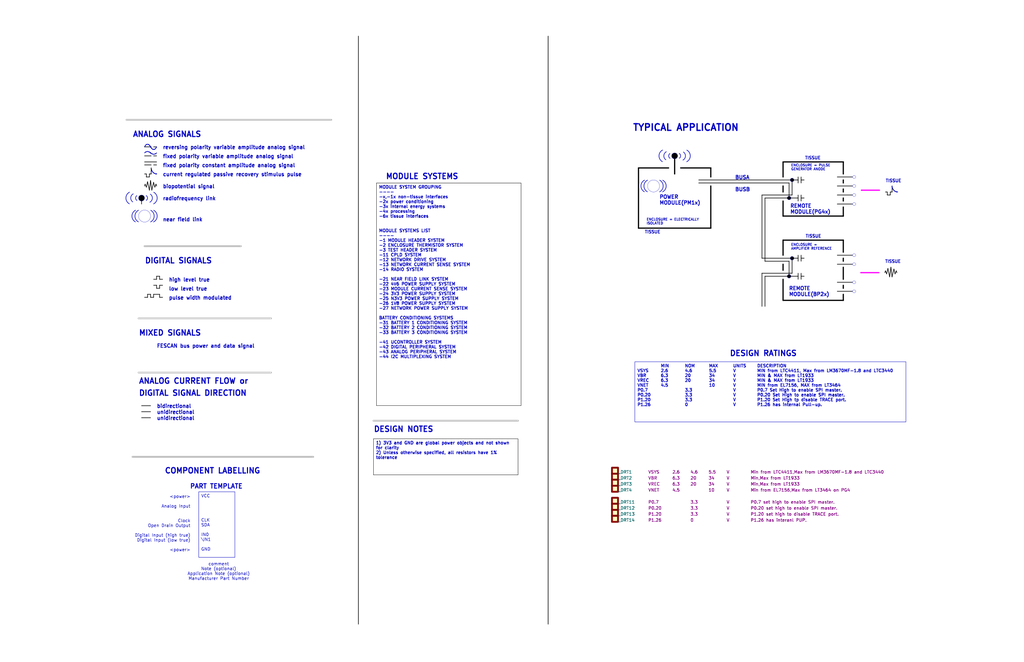
<source format=kicad_sch>
(kicad_sch (version 20231120) (generator "eeschema") (generator_version "8.0")
  (paper "B")
  (title_block (rev "-"))
  (lib_symbols
    (symbol "NNPS:root_0_DRT4"
      (symbol "root_0_DRT4_1_0"
        (rectangle (start 2.54 0) (end 0 -2.54) (stroke (width 0.762)) (fill (type background)))
      )
    )
  )
  (polyline (pts (xy 63.4963 64.5124) (xy 63.5 64.516)) (stroke (width 0.254) (type solid)))
  (polyline (pts (xy 376.3451 79.3244) (xy 376.4087 79.5003)) (stroke (width 0.254) (type solid)))
  (polyline (pts (xy 359.41 78.486) (xy 353.06 78.486)) (stroke (width 0.254) (type solid) (color 0 0 0 1)))
  (polyline (pts (xy 378.2081 80.9995) (xy 378.2708 81.0093)) (stroke (width 0.254) (type solid)))
  (polyline (pts (xy 61.7801 60.9587) (xy 61.8926 60.9045)) (stroke (width 0.254) (type solid)))
  (polyline (pts (xy 65.8508 73.3893) (xy 65.9057 73.3964)) (stroke (width 0.254) (type solid)))
  (polyline (pts (xy 63.4963 61.9688) (xy 63.5 61.976)) (stroke (width 0.254) (type solid)))
  (polyline (pts (xy 376.2891 79.1355) (xy 376.3451 79.3244)) (stroke (width 0.254) (type solid)))
  (polyline (pts (xy 63.1013 64.2206) (xy 63.1666 64.2603)) (stroke (width 0.254) (type solid)))
  (polyline (pts (xy 330.2 91.186) (xy 330.2 84.836)) (stroke (width 0.508) (type solid) (color 0 0 0 1)))
  (polyline (pts (xy 363.22 80.264) (xy 370.84 80.264)) (stroke (width 0.508) (type solid) (color 255 0 255 1)))
  (polyline (pts (xy 330.2 81.026) (xy 330.2 78.486)) (stroke (width 0.508) (type solid) (color 0 0 0 1)))
  (polyline (pts (xy 337.82 84.836) (xy 337.82 82.296)) (stroke (width 0.254) (type solid) (color 0 0 0 1)))
  (polyline (pts (xy 376.174 78.486) (xy 376.2029 78.7168)) (stroke (width 0.254) (type solid)))
  (polyline (pts (xy 375.666 112.776) (xy 376.174 116.84)) (stroke (width 0.254) (type solid) (color 0 0 0 1)))
  (polyline (pts (xy 66.04 117.856) (xy 64.77 117.856)) (stroke (width 0.254) (type solid) (color 0 0 0 1)))
  (polyline (pts (xy 63.5324 64.5464) (xy 63.557 64.5681)) (stroke (width 0.254) (type solid)))
  (polyline (pts (xy 65.1073 63.0476) (xy 65.2198 62.9934)) (stroke (width 0.254) (type solid)))
  (polyline (pts (xy 59.69 83.566) (xy 59.69 86.106)) (stroke (width 0.254) (type solid) (color 0 0 0 1)))
  (polyline (pts (xy 64.2063 62.8655) (xy 64.2937 62.9285)) (stroke (width 0.254) (type solid)))
  (polyline (pts (xy 359.41 107.696) (xy 353.06 107.696)) (stroke (width 0.254) (type solid) (color 0 0 0 1)))
  (polyline (pts (xy 63.5145 62.004) (xy 63.5324 62.0367)) (stroke (width 0.254) (type solid)))
  (polyline (pts (xy 378.0625 80.9695) (xy 378.1385 80.9864)) (stroke (width 0.254) (type solid)))
  (polyline (pts (xy 378.2708 81.0093) (xy 378.3257 81.0164)) (stroke (width 0.254) (type solid)))
  (polyline (pts (xy 65.278 78.994) (xy 65.786 77.724)) (stroke (width 0.254) (type solid) (color 0 0 0 1)))
  (polyline (pts (xy 62.1118 60.8505) (xy 62.2181 60.848)) (stroke (width 0.254) (type solid)))
  (polyline (pts (xy 359.41 82.296) (xy 353.06 82.296)) (stroke (width 0.254) (type solid) (color 0 0 0 1)))
  (polyline (pts (xy 64.6782 65.0742) (xy 64.7818 65.0801)) (stroke (width 0.254) (type solid)))
  (polyline (pts (xy 64.3848 62.9841) (xy 64.4794 63.0309)) (stroke (width 0.254) (type solid)))
  (polyline (pts (xy 61.7801 64.0074) (xy 61.8926 63.9803)) (stroke (width 0.254) (type solid)))
  (polyline (pts (xy 64.77 76.962) (xy 65.278 78.994)) (stroke (width 0.254) (type solid) (color 0 0 0 1)))
  (polyline (pts (xy 63.5036 61.9833) (xy 63.5145 62.004)) (stroke (width 0.254) (type solid)))
  (polyline (pts (xy 63.5145 64.53) (xy 63.5324 64.5464)) (stroke (width 0.254) (type solid)))
  (polyline (pts (xy 67.31 121.666) (xy 67.31 120.396)) (stroke (width 0.254) (type solid) (color 0 0 0 1)))
  (polyline (pts (xy 377.5129 80.7644) (xy 377.6122 80.8133)) (stroke (width 0.254) (type solid)))
  (polyline (pts (xy 64.9966 65.0696) (xy 65.1073 65.0518)) (stroke (width 0.254) (type solid)))
  (polyline (pts (xy 322.58 129.286) (xy 322.58 116.586)) (stroke (width 0.254) (type solid) (color 0 0 0 1)))
  (polyline (pts (xy 322.58 116.586) (xy 336.55 116.586)) (stroke (width 0.254) (type solid) (color 0 0 0 1)))
  (polyline (pts (xy 62.3217 63.9579) (xy 62.4226 63.9704)) (stroke (width 0.254) (type solid)))
  (polyline (pts (xy 63.2268 64.2994) (xy 63.2817 64.3375)) (stroke (width 0.254) (type solid)))
  (polyline (pts (xy 64.5773 63.0674) (xy 64.6782 63.0923)) (stroke (width 0.254) (type solid)))
  (polyline (pts (xy 61.722 73.406) (xy 61.722 74.676)) (stroke (width 0.254) (type solid) (color 0 0 0 1)))
  (polyline (pts (xy 375.412 81.026) (xy 375.412 82.296)) (stroke (width 0.254) (type solid) (color 0 0 0 1)))
  (polyline (pts (xy 321.31 82.296) (xy 334.01 82.296)) (stroke (width 0.254) (type solid) (color 0 0 0 1)))
  (polyline (pts (xy 359.41 74.676) (xy 353.06 74.676)) (stroke (width 0.254) (type solid) (color 0 0 0 1)))
  (polyline (pts (xy 269.24 96.266) (xy 299.72 96.266)) (stroke (width 0.508) (type solid) (color 0 0 0 1)))
  (polyline (pts (xy 63.754 70.866) (xy 63.7829 71.0968)) (stroke (width 0.254) (type solid)))
  (polyline (pts (xy 63.4854 61.9481) (xy 63.4963 61.9688)) (stroke (width 0.254) (type solid)))
  (polyline (pts (xy 62.1118 63.9533) (xy 62.2181 63.952)) (stroke (width 0.254) (type solid)))
  (polyline (pts (xy 374.142 81.026) (xy 374.142 82.296)) (stroke (width 0.254) (type solid) (color 0 0 0 1)))
  (polyline (pts (xy 64.9966 63.0832) (xy 65.1073 63.0476)) (stroke (width 0.254) (type solid)))
  (polyline (pts (xy 377.8036 80.8921) (xy 377.8944 80.9229)) (stroke (width 0.254) (type solid)))
  (polyline (pts (xy 330.2 68.326) (xy 355.6 68.326)) (stroke (width 0.508) (type solid) (color 0 0 0 1)))
  (polyline (pts (xy 64.8881 65.0788) (xy 64.9966 65.0696)) (stroke (width 0.254) (type solid)))
  (polyline (pts (xy 64.8881 63.1016) (xy 64.9966 63.0832)) (stroke (width 0.254) (type solid)))
  (polyline (pts (xy 63.5881 62.133) (xy 63.6255 62.1937)) (stroke (width 0.254) (type solid)))
  (polyline (pts (xy 65.8021 62.3946) (xy 65.9209 62.1995)) (stroke (width 0.254) (type solid)))
  (polyline (pts (xy 355.6 121.666) (xy 355.6 120.396)) (stroke (width 0.508) (type solid) (color 0 0 0 1)))
  (polyline (pts (xy 359.41 122.936) (xy 353.06 122.936)) (stroke (width 0.254) (type solid) (color 0 0 0 1)))
  (polyline (pts (xy 61.3161 64.2227) (xy 61.4337 64.1514)) (stroke (width 0.254) (type solid)))
  (polyline (pts (xy 375.412 82.296) (xy 374.142 82.296)) (stroke (width 0.254) (type solid) (color 0 0 0 1)))
  (polyline (pts (xy 63.5 124.206) (xy 62.23 124.206)) (stroke (width 0.254) (type solid) (color 0 0 0 1)))
  (polyline (pts (xy 299.72 78.486) (xy 299.72 96.266)) (stroke (width 0.508) (type solid) (color 0 0 0 1)))
  (polyline (pts (xy 377.9809 80.9485) (xy 378.0625 80.9695)) (stroke (width 0.254) (type solid)))
  (polyline (pts (xy 376.8167 80.2007) (xy 376.9114 80.3082)) (stroke (width 0.254) (type solid)))
  (polyline (pts (xy 64.5889 72.7859) (xy 64.6884 72.8744)) (stroke (width 0.254) (type solid)))
  (polyline (pts (xy 299.72 74.676) (xy 299.72 70.866)) (stroke (width 0.508) (type solid) (color 0 0 0 1)))
  (polyline (pts (xy 68.58 117.856) (xy 67.31 117.856)) (stroke (width 0.254) (type solid) (color 0 0 0 1)))
  (polyline (pts (xy 63.8215 71.3132) (xy 63.8691 71.5155)) (stroke (width 0.254) (type solid)))
  (polyline (pts (xy 376.936 113.538) (xy 377.444 115.57)) (stroke (width 0.254) (type solid) (color 0 0 0 1)))
  (polyline (pts (xy 64.0592 72.0437) (xy 64.136 72.1949)) (stroke (width 0.254) (type solid)))
  (polyline (pts (xy 64.136 72.1949) (xy 64.2183 72.3345)) (stroke (width 0.254) (type solid)))
  (polyline (pts (xy 63.4675 64.4857) (xy 63.4854 64.5021)) (stroke (width 0.254) (type solid)))
  (polyline (pts (xy 374.396 113.284) (xy 375.158 116.84)) (stroke (width 0.254) (type solid) (color 0 0 0 1)))
  (polyline (pts (xy 65.2198 62.9934) (xy 65.3339 62.9192)) (stroke (width 0.254) (type solid)))
  (polyline (pts (xy 64.3848 65.0201) (xy 64.4794 65.0435)) (stroke (width 0.254) (type solid)))
  (polyline (pts (xy 63.5036 64.5197) (xy 63.5145 64.53)) (stroke (width 0.254) (type solid)))
  (polyline (pts (xy 65.3339 62.9192) (xy 65.4495 62.8237)) (stroke (width 0.254) (type solid)))
  (polyline (pts (xy 373.38 114.3) (xy 373.888 115.57)) (stroke (width 0.254) (type solid) (color 0 0 0 1)))
  (polyline (pts (xy 64.0436 62.7227) (xy 64.1229 62.7965)) (stroke (width 0.254) (type solid)))
  (polyline (pts (xy 321.31 108.966) (xy 336.55 108.966)) (stroke (width 0.254) (type solid) (color 0 0 0 1)))
  (polyline (pts (xy 62.9563 61.2294) (xy 63.0311 61.3063)) (stroke (width 0.254) (type solid)))
  (polyline (pts (xy 65.9057 73.3964) (xy 65.9521 73.4011)) (stroke (width 0.254) (type solid)))
  (polyline (pts (xy 63.9688 64.8509) (xy 64.0436 64.8894)) (stroke (width 0.254) (type solid)))
  (polyline (pts (xy 67.31 120.396) (xy 68.58 120.396)) (stroke (width 0.254) (type solid) (color 0 0 0 1)))
  (polyline (pts (xy 64.4794 63.0309) (xy 64.5773 63.0674)) (stroke (width 0.254) (type solid)))
  (polyline (pts (xy 64.77 124.206) (xy 64.77 125.476)) (stroke (width 0.254) (type solid) (color 0 0 0 1)))
  (polyline (pts (xy 62.877 64.1058) (xy 62.9563 64.1427)) (stroke (width 0.254) (type solid)))
  (polyline (pts (xy 355.6 81.026) (xy 355.6 79.756)) (stroke (width 0.508) (type solid) (color 0 0 0 1)))
  (polyline (pts (xy 62.6151 60.968) (xy 62.7062 61.0235)) (stroke (width 0.254) (type solid)))
  (polyline (pts (xy 62.2181 63.952) (xy 62.3217 63.9579)) (stroke (width 0.254) (type solid)))
  (polyline (pts (xy 355.6 73.406) (xy 355.6 68.326)) (stroke (width 0.508) (type solid) (color 0 0 0 1)))
  (polyline (pts (xy 376.6383 79.9545) (xy 376.7254 80.0829)) (stroke (width 0.254) (type solid)))
  (polyline (pts (xy 376.4792 79.6637) (xy 376.556 79.8149)) (stroke (width 0.254) (type solid)))
  (polyline (pts (xy 376.556 79.8149) (xy 376.6383 79.9545)) (stroke (width 0.254) (type solid)))
  (polyline (pts (xy 330.2 126.746) (xy 330.2 117.856)) (stroke (width 0.508) (type solid) (color 0 0 0 1)))
  (polyline (pts (xy 355.6 77.216) (xy 355.6 75.946)) (stroke (width 0.508) (type solid) (color 0 0 0 1)))
  (polyline (pts (xy 63.4429 61.8719) (xy 63.4675 61.9154)) (stroke (width 0.254) (type solid)))
  (polyline (pts (xy 65.9209 64.6278) (xy 66.04 64.516)) (stroke (width 0.254) (type solid)))
  (polyline (pts (xy 63.1666 64.2603) (xy 63.2268 64.2994)) (stroke (width 0.254) (type solid)))
  (polyline (pts (xy 64.008 80.264) (xy 64.77 76.962)) (stroke (width 0.254) (type solid) (color 0 0 0 1)))
  (polyline (pts (xy 65.5662 62.7053) (xy 65.6838 62.5628)) (stroke (width 0.254) (type solid)))
  (polyline (pts (xy 63.5324 62.0367) (xy 63.557 62.0802)) (stroke (width 0.254) (type solid)))
  (polyline (pts (xy 61.079 61.7526) (xy 61.1978 61.5575)) (stroke (width 0.254) (type solid)))
  (polyline (pts (xy 62.5205 60.9212) (xy 62.6151 60.968)) (stroke (width 0.254) (type solid)))
  (polyline (pts (xy 321.31 129.286) (xy 321.31 115.316)) (stroke (width 0.254) (type solid) (color 0 0 0 1)))
  (polyline (pts (xy 62.992 80.264) (xy 63.5 76.2)) (stroke (width 0.254) (type solid) (color 0 0 0 1)))
  (polyline (pts (xy 339.09 116.586) (xy 337.82 116.586)) (stroke (width 0.254) (type solid) (color 0 0 0 1)))
  (polyline (pts (xy 339.09 75.946) (xy 337.82 75.946)) (stroke (width 0.254) (type solid) (color 0 0 0 1)))
  (polyline (pts (xy 284.48 65.786) (xy 284.48 73.406)) (stroke (width 0.508) (type solid) (color 0 0 0 1)))
  (polyline (pts (xy 355.6 110.236) (xy 355.6 108.966)) (stroke (width 0.508) (type solid) (color 0 0 0 1)))
  (polyline (pts (xy 64.7818 65.0801) (xy 64.8881 65.0788)) (stroke (width 0.254) (type solid)))
  (polyline (pts (xy 65.9209 62.1995) (xy 66.04 61.976)) (stroke (width 0.254) (type solid)))
  (polyline (pts (xy 64.2183 72.3345) (xy 64.3054 72.4629)) (stroke (width 0.254) (type solid)))
  (polyline (pts (xy 65.6838 64.8094) (xy 65.8021 64.7253)) (stroke (width 0.254) (type solid)))
  (polyline (pts (xy 63.7829 71.0968) (xy 63.8215 71.3132)) (stroke (width 0.254) (type solid)))
  (polyline (pts (xy 218.44 177.546) (xy 157.48 177.546)) (stroke (width 0.762) (type solid) (color 192 192 192 1)))
  (polyline (pts (xy 334.01 82.296) (xy 334.01 75.946)) (stroke (width 0.254) (type solid) (color 0 0 0 1)))
  (polyline (pts (xy 376.2415 78.9332) (xy 376.2891 79.1355)) (stroke (width 0.254) (type solid)))
  (polyline (pts (xy 65.3836 73.2721) (xy 65.4744 73.3029)) (stroke (width 0.254) (type solid)))
  (polyline (pts (xy 61.3161 61.3893) (xy 61.4337 61.2468)) (stroke (width 0.254) (type solid)))
  (polyline (pts (xy 336.55 110.236) (xy 336.55 107.696)) (stroke (width 0.254) (type solid) (color 0 0 0 1)))
  (polyline (pts (xy 376.174 116.84) (xy 376.936 113.538)) (stroke (width 0.254) (type solid) (color 0 0 0 1)))
  (polyline (pts (xy 67.31 124.206) (xy 67.31 125.476)) (stroke (width 0.254) (type solid) (color 0 0 0 1)))
  (polyline (pts (xy 370.586 115.062) (xy 362.966 115.062)) (stroke (width 0.508) (type solid) (color 255 0 255 1)))
  (polyline (pts (xy 336.55 84.836) (xy 336.55 82.296)) (stroke (width 0.254) (type solid) (color 0 0 0 1)))
  (polyline (pts (xy 376.2029 78.7168) (xy 376.2415 78.9332)) (stroke (width 0.254) (type solid)))
  (polyline (pts (xy 65.6838 62.5628) (xy 65.8021 62.3946)) (stroke (width 0.254) (type solid)))
  (polyline (pts (xy 294.64 75.946) (xy 336.55 75.946)) (stroke (width 0.254) (type solid) (color 0 0 0 1)))
  (polyline (pts (xy 63.7182 62.3332) (xy 63.7731 62.4093)) (stroke (width 0.254) (type solid)))
  (polyline (pts (xy 63.557 62.0802) (xy 63.5881 62.133)) (stroke (width 0.254) (type solid)))
  (polyline (pts (xy 336.55 117.856) (xy 336.55 115.316)) (stroke (width 0.254) (type solid) (color 0 0 0 1)))
  (polyline (pts (xy 61.079 64.4043) (xy 61.1978 64.3068)) (stroke (width 0.254) (type solid)))
  (polyline (pts (xy 355.6 106.426) (xy 355.6 101.346)) (stroke (width 0.508) (type solid) (color 0 0 0 1)))
  (polyline (pts (xy 355.6 126.746) (xy 355.6 124.206)) (stroke (width 0.508) (type solid) (color 0 0 0 1)))
  (polyline (pts (xy 330.2 91.186) (xy 355.6 91.186)) (stroke (width 0.508) (type solid) (color 0 0 0 1)))
  (polyline (pts (xy 59.69 171.196) (xy 63.5 171.196)) (stroke (width 0.254) (type solid) (color 0 0 0 1)))
  (polyline (pts (xy 61.5504 61.1284) (xy 61.666 61.0329)) (stroke (width 0.254) (type solid)))
  (polyline (pts (xy 68.58 125.476) (xy 67.31 125.476)) (stroke (width 0.254) (type solid) (color 0 0 0 1)))
  (polyline (pts (xy 377.4122 80.7085) (xy 377.5129 80.7644)) (stroke (width 0.254) (type solid)))
  (polyline (pts (xy 63.5 76.2) (xy 64.008 80.264)) (stroke (width 0.254) (type solid) (color 0 0 0 1)))
  (polyline (pts (xy 64.9922 73.0885) (xy 65.0929 73.1444)) (stroke (width 0.254) (type solid)))
  (polyline (pts (xy 330.2 126.746) (xy 355.6 126.746)) (stroke (width 0.508) (type solid) (color 0 0 0 1)))
  (polyline (pts (xy 322.58 83.566) (xy 336.55 83.566)) (stroke (width 0.254) (type solid) (color 0 0 0 1)))
  (polyline (pts (xy 65.6425 73.3495) (xy 65.7185 73.3664)) (stroke (width 0.254) (type solid)))
  (polyline (pts (xy 66.04 121.666) (xy 66.04 120.396)) (stroke (width 0.254) (type solid) (color 0 0 0 1)))
  (polyline (pts (xy 62.7062 64.0398) (xy 62.7936 64.0713)) (stroke (width 0.254) (type solid)))
  (polyline (pts (xy 65.2893 73.2358) (xy 65.3836 73.2721)) (stroke (width 0.254) (type solid)))
  (polyline (pts (xy 62.0033 60.8689) (xy 62.1118 60.8505)) (stroke (width 0.254) (type solid)))
  (polyline (pts (xy 62.7936 64.0713) (xy 62.877 64.1058)) (stroke (width 0.254) (type solid)))
  (polyline (pts (xy 61.666 61.0329) (xy 61.7801 60.9587)) (stroke (width 0.254) (type solid)))
  (polyline (pts (xy 65.0929 73.1444) (xy 65.1922 73.1933)) (stroke (width 0.254) (type solid)))
  (polyline (pts (xy 63.6255 62.1937) (xy 63.669 62.2609)) (stroke (width 0.254) (type solid)))
  (polyline (pts (xy 64.5773 65.0617) (xy 64.6782 65.0742)) (stroke (width 0.254) (type solid)))
  (polyline (pts (xy 62.6151 64.012) (xy 62.7062 64.0398)) (stroke (width 0.254) (type solid)))
  (polyline (pts (xy 64.3967 72.5807) (xy 64.4914 72.6882)) (stroke (width 0.254) (type solid)))
  (polyline (pts (xy 62.992 73.406) (xy 62.992 74.676)) (stroke (width 0.254) (type solid) (color 0 0 0 1)))
  (polyline (pts (xy 337.82 117.856) (xy 337.82 115.316)) (stroke (width 0.254) (type solid) (color 0 0 0 1)))
  (polyline (pts (xy 377.7093 80.8558) (xy 377.8036 80.8921)) (stroke (width 0.254) (type solid)))
  (polyline (pts (xy 63.1666 61.4645) (xy 63.2268 61.5428)) (stroke (width 0.254) (type solid)))
  (polyline (pts (xy 61.214 77.724) (xy 61.722 78.994)) (stroke (width 0.254) (type solid) (color 0 0 0 1)))
  (polyline (pts (xy 61.4337 64.1514) (xy 61.5504 64.0922)) (stroke (width 0.254) (type solid)))
  (polyline (pts (xy 376.9114 80.3082) (xy 377.0089 80.4059)) (stroke (width 0.254) (type solid)))
  (polyline (pts (xy 151.13 263.398) (xy 151.13 15.24)) (stroke (width 0.254) (type solid) (color 0 0 0 1)))
  (polyline (pts (xy 65.1922 73.1933) (xy 65.2893 73.2358)) (stroke (width 0.254) (type solid)))
  (polyline (pts (xy 63.3744 64.4072) (xy 63.4118 64.4376)) (stroke (width 0.254) (type solid)))
  (polyline (pts (xy 139.7 50.546) (xy 53.34 50.546)) (stroke (width 0.762) (type solid) (color 192 192 192 1)))
  (polyline (pts (xy 377.2092 80.574) (xy 377.3107 80.6452)) (stroke (width 0.254) (type solid)))
  (polyline (pts (xy 359.41 119.126) (xy 353.06 119.126)) (stroke (width 0.254) (type solid) (color 0 0 0 1)))
  (polyline (pts (xy 65.9521 73.4011) (xy 65.9895 73.404)) (stroke (width 0.254) (type solid)))
  (polyline (pts (xy 63.8986 62.5669) (xy 63.9688 62.6458)) (stroke (width 0.254) (type solid)))
  (polyline (pts (xy 63.2817 64.3375) (xy 63.3309 64.3736)) (stroke (width 0.254) (type solid)))
  (polyline (pts (xy 132.08 192.786) (xy 55.88 192.786)) (stroke (width 0.762) (type solid) (color 192 192 192 1)))
  (polyline (pts (xy 63.4854 64.5021) (xy 63.4963 64.5124)) (stroke (width 0.254) (type solid)))
  (polyline (pts (xy 64.2937 62.9285) (xy 64.3848 62.9841)) (stroke (width 0.254) (type solid)))
  (polyline (pts (xy 376.7254 80.0829) (xy 376.8167 80.2007)) (stroke (width 0.254) (type solid)))
  (polyline (pts (xy 330.2 114.046) (xy 330.2 111.506)) (stroke (width 0.508) (type solid) (color 0 0 0 1)))
  (polyline (pts (xy 359.41 86.106) (xy 353.06 86.106)) (stroke (width 0.254) (type solid) (color 0 0 0 1)))
  (polyline (pts (xy 67.31 116.586) (xy 67.31 117.856)) (stroke (width 0.254) (type solid) (color 0 0 0 1)))
  (polyline (pts (xy 378.3721 81.0211) (xy 378.4095 81.024)) (stroke (width 0.254) (type solid)))
  (polyline (pts (xy 66.04 121.666) (xy 67.31 121.666)) (stroke (width 0.254) (type solid) (color 0 0 0 1)))
  (polyline (pts (xy 60.96 64.516) (xy 61.079 64.4043)) (stroke (width 0.254) (type solid)))
  (polyline (pts (xy 63.5 64.516) (xy 63.5036 64.5197)) (stroke (width 0.254) (type solid)))
  (polyline (pts (xy 377.952 114.3) (xy 378.206 115.062)) (stroke (width 0.254) (type solid) (color 0 0 0 1)))
  (polyline (pts (xy 63.9688 62.6458) (xy 64.0436 62.7227)) (stroke (width 0.254) (type solid)))
  (polyline (pts (xy 231.14 263.398) (xy 231.14 15.24)) (stroke (width 0.254) (type solid) (color 0 0 0 1)))
  (polyline (pts (xy 63.5881 64.5945) (xy 63.6255 64.6249)) (stroke (width 0.254) (type solid)))
  (polyline (pts (xy 60.96 68.326) (xy 66.04 68.326)) (stroke (width 0.254) (type solid) (color 0 0 0 1)))
  (polyline (pts (xy 377.6122 80.8133) (xy 377.7093 80.8558)) (stroke (width 0.254) (type solid)))
  (polyline (pts (xy 64.77 125.476) (xy 63.5 125.476)) (stroke (width 0.254) (type solid) (color 0 0 0 1)))
  (polyline (pts (xy 61.8926 60.9045) (xy 62.0033 60.8689)) (stroke (width 0.254) (type solid)))
  (polyline (pts (xy 377.444 115.57) (xy 377.952 114.3)) (stroke (width 0.254) (type solid) (color 0 0 0 1)))
  (polyline (pts (xy 62.7936 61.0866) (xy 62.877 61.1556)) (stroke (width 0.254) (type solid)))
  (polyline (pts (xy 60.96 61.976) (xy 66.04 61.976)) (stroke (width 0.254) (type dash) (color 0 0 0 1)))
  (polyline (pts (xy 64.3054 72.4629) (xy 64.3967 72.5807)) (stroke (width 0.254) (type solid)))
  (polyline (pts (xy 61.5504 64.0922) (xy 61.666 64.0445)) (stroke (width 0.254) (type solid)))
  (polyline (pts (xy 64.6884 72.8744) (xy 64.7892 72.954)) (stroke (width 0.254) (type solid)))
  (polyline (pts (xy 101.6 103.886) (xy 60.96 103.886)) (stroke (width 0.762) (type solid) (color 192 192 192 1)))
  (polyline (pts (xy 332.74 83.566) (xy 332.74 77.216)) (stroke (width 0.254) (type solid) (color 0 0 0 1)))
  (polyline (pts (xy 63.669 62.2609) (xy 63.7182 62.3332)) (stroke (width 0.254) (type solid)))
  (polyline (pts (xy 374.142 81.026) (xy 373.38 81.026)) (stroke (width 0.254) (type solid) (color 0 0 0 1)))
  (polyline (pts (xy 63.4118 64.4376) (xy 63.4429 64.464)) (stroke (width 0.254) (type solid)))
  (polyline (pts (xy 63.0311 61.3063) (xy 63.1013 61.3852)) (stroke (width 0.254) (type solid)))
  (polyline (pts (xy 63.1013 61.3852) (xy 63.1666 61.4645)) (stroke (width 0.254) (type solid)))
  (polyline (pts (xy 60.96 61.976) (xy 61.079 61.7526)) (stroke (width 0.254) (type solid)))
  (polyline (pts (xy 66.0341 73.406) (xy 66.04 73.406)) (stroke (width 0.254) (type solid)))
  (polyline (pts (xy 64.4794 65.0435) (xy 64.5773 65.0617)) (stroke (width 0.254) (type solid)))
  (polyline (pts (xy 377.3107 80.6452) (xy 377.4122 80.7085)) (stroke (width 0.254) (type solid)))
  (polyline (pts (xy 63.8333 62.4876) (xy 63.8986 62.5669)) (stroke (width 0.254) (type solid)))
  (polyline (pts (xy 65.2198 65.0247) (xy 65.3339 64.9876)) (stroke (width 0.254) (type solid)))
  (polyline (pts (xy 63.4429 64.464) (xy 63.4675 64.4857)) (stroke (width 0.254) (type solid)))
  (polyline (pts (xy 377.0089 80.4059) (xy 377.1084 80.4944)) (stroke (width 0.254) (type solid)))
  (polyline (pts (xy 322.58 110.236) (xy 322.58 83.566)) (stroke (width 0.254) (type solid) (color 0 0 0 1)))
  (polyline (pts (xy 63.3309 61.6912) (xy 63.3744 61.7584)) (stroke (width 0.254) (type solid)))
  (polyline (pts (xy 355.6 91.186) (xy 355.6 87.376)) (stroke (width 0.508) (type solid) (color 0 0 0 1)))
  (polyline (pts (xy 62.9563 64.1427) (xy 63.0311 64.1812)) (stroke (width 0.254) (type solid)))
  (polyline (pts (xy 378.4541 81.026) (xy 378.46 81.026)) (stroke (width 0.254) (type solid)))
  (polyline (pts (xy 63.2817 61.6189) (xy 63.3309 61.6912)) (stroke (width 0.254) (type solid)))
  (polyline (pts (xy 62.23 76.708) (xy 62.992 80.264)) (stroke (width 0.254) (type solid) (color 0 0 0 1)))
  (polyline (pts (xy 374.396 113.284) (xy 373.888 115.57)) (stroke (width 0.254) (type solid) (color 0 0 0 1)))
  (polyline (pts (xy 359.41 111.506) (xy 353.06 111.506)) (stroke (width 0.254) (type solid) (color 0 0 0 1)))
  (polyline (pts (xy 355.6 84.836) (xy 355.6 83.566)) (stroke (width 0.508) (type solid) (color 0 0 0 1)))
  (polyline (pts (xy 65.8021 64.7253) (xy 65.9209 64.6278)) (stroke (width 0.254) (type solid)))
  (polyline (pts (xy 59.69 173.736) (xy 63.5 173.736)) (stroke (width 0.254) (type solid) (color 0 0 0 1)))
  (polyline (pts (xy 64.7892 72.954) (xy 64.8907 73.0252)) (stroke (width 0.254) (type solid)))
  (polyline (pts (xy 339.09 83.566) (xy 337.82 83.566)) (stroke (width 0.254) (type solid) (color 0 0 0 1)))
  (polyline (pts (xy 64.77 120.396) (xy 66.04 120.396)) (stroke (width 0.254) (type solid) (color 0 0 0 1)))
  (polyline (pts (xy 114.3 157.226) (xy 58.42 157.226)) (stroke (width 0.762) (type solid) (color 192 192 192 1)))
  (polyline (pts (xy 62.877 61.1556) (xy 62.9563 61.2294)) (stroke (width 0.254) (type solid)))
  (polyline (pts (xy 330.2 74.676) (xy 330.2 68.326)) (stroke (width 0.508) (type solid) (color 0 0 0 1)))
  (polyline (pts (xy 63.5 61.976) (xy 63.5036 61.9833)) (stroke (width 0.254) (type solid)))
  (polyline (pts (xy 378.3257 81.0164) (xy 378.3721 81.0211)) (stroke (width 0.254) (type solid)))
  (polyline (pts (xy 114.3 134.366) (xy 58.42 134.366)) (stroke (width 0.762) (type solid) (color 192 192 192 1)))
  (polyline (pts (xy 294.64 77.216) (xy 332.74 77.216)) (stroke (width 0.254) (type solid) (color 0 0 0 1)))
  (polyline (pts (xy 376.4087 79.5003) (xy 376.4792 79.6637)) (stroke (width 0.254) (type solid)))
  (polyline (pts (xy 64.2937 64.9923) (xy 64.3848 65.0201)) (stroke (width 0.254) (type solid)))
  (polyline (pts (xy 330.2 101.346) (xy 355.6 101.346)) (stroke (width 0.508) (type solid) (color 0 0 0 1)))
  (polyline (pts (xy 65.7881 73.3795) (xy 65.8508 73.3893)) (stroke (width 0.254) (type solid)))
  (polyline (pts (xy 378.4371 81.0254) (xy 378.4541 81.026)) (stroke (width 0.254) (type solid)))
  (polyline (pts (xy 61.666 64.0445) (xy 61.7801 64.0074)) (stroke (width 0.254) (type solid)))
  (polyline (pts (xy 377.8944 80.9229) (xy 377.9809 80.9485)) (stroke (width 0.254) (type solid)))
  (polyline (pts (xy 64.4914 72.6882) (xy 64.5889 72.7859)) (stroke (width 0.254) (type solid)))
  (polyline (pts (xy 64.8907 73.0252) (xy 64.9922 73.0885)) (stroke (width 0.254) (type solid)))
  (polyline (pts (xy 378.1385 80.9864) (xy 378.2081 80.9995)) (stroke (width 0.254) (type solid)))
  (polyline (pts (xy 64.2063 64.9608) (xy 64.2937 64.9923)) (stroke (width 0.254) (type solid)))
  (polyline (pts (xy 269.24 96.266) (xy 269.24 70.866)) (stroke (width 0.508) (type solid) (color 0 0 0 1)))
  (polyline (pts (xy 339.09 108.966) (xy 337.82 108.966)) (stroke (width 0.254) (type solid) (color 0 0 0 1)))
  (polyline (pts (xy 334.01 115.316) (xy 334.01 108.966)) (stroke (width 0.254) (type solid) (color 0 0 0 1)))
  (polyline (pts (xy 62.7062 61.0235) (xy 62.7936 61.0866)) (stroke (width 0.254) (type solid)))
  (polyline (pts (xy 322.58 110.236) (xy 332.74 110.236)) (stroke (width 0.254) (type solid) (color 0 0 0 1)))
  (polyline (pts (xy 65.9895 73.404) (xy 66.0171 73.4054)) (stroke (width 0.254) (type solid)))
  (polyline (pts (xy 336.55 77.216) (xy 336.55 74.676)) (stroke (width 0.254) (type solid) (color 0 0 0 1)))
  (polyline (pts (xy 63.5 176.276) (xy 59.69 176.276)) (stroke (width 0.254) (type solid) (color 0 0 0 1)))
  (polyline (pts (xy 377.1084 80.4944) (xy 377.2092 80.574)) (stroke (width 0.254) (type solid)))
  (polyline (pts (xy 373.38 114.3) (xy 373.126 115.062)) (stroke (width 0.254) (type solid) (color 0 0 0 1)))
  (polyline (pts (xy 65.5609 73.3285) (xy 65.6425 73.3495)) (stroke (width 0.254) (type solid)))
  (polyline (pts (xy 63.6255 64.6249) (xy 63.669 64.6585)) (stroke (width 0.254) (type solid)))
  (polyline (pts (xy 61.8926 63.9803) (xy 62.0033 63.9625)) (stroke (width 0.254) (type solid)))
  (polyline (pts (xy 62.23 76.708) (xy 61.722 78.994)) (stroke (width 0.254) (type solid) (color 0 0 0 1)))
  (polyline (pts (xy 62.23 124.206) (xy 62.23 125.476)) (stroke (width 0.254) (type solid) (color 0 0 0 1)))
  (polyline (pts (xy 65.5662 64.8807) (xy 65.6838 64.8094)) (stroke (width 0.254) (type solid)))
  (polyline (pts (xy 63.2268 61.5428) (xy 63.2817 61.6189)) (stroke (width 0.254) (type solid)))
  (polyline (pts (xy 64.1229 62.7965) (xy 64.2063 62.8655)) (stroke (width 0.254) (type solid)))
  (polyline (pts (xy 63.9887 71.8803) (xy 64.0592 72.0437)) (stroke (width 0.254) (type solid)))
  (polyline (pts (xy 61.1978 61.5575) (xy 61.3161 61.3893)) (stroke (width 0.254) (type solid)))
  (polyline (pts (xy 61.1978 64.3068) (xy 61.3161 64.2227)) (stroke (width 0.254) (type solid)))
  (polyline (pts (xy 62.992 74.676) (xy 61.722 74.676)) (stroke (width 0.254) (type solid) (color 0 0 0 1)))
  (polyline (pts (xy 63.8691 71.5155) (xy 63.9251 71.7044)) (stroke (width 0.254) (type solid)))
  (polyline (pts (xy 62.5205 63.9886) (xy 62.6151 64.012)) (stroke (width 0.254) (type solid)))
  (polyline (pts (xy 63.669 64.6585) (xy 63.7182 64.6946)) (stroke (width 0.254) (type solid)))
  (polyline (pts (xy 62.0033 63.9625) (xy 62.1118 63.9533)) (stroke (width 0.254) (type solid)))
  (polyline (pts (xy 63.557 64.5681) (xy 63.5881 64.5945)) (stroke (width 0.254) (type solid)))
  (polyline (pts (xy 61.214 77.724) (xy 60.96 78.486)) (stroke (width 0.254) (type solid) (color 0 0 0 1)))
  (polyline (pts (xy 63.4118 61.8191) (xy 63.4429 61.8719)) (stroke (width 0.254) (type solid)))
  (polyline (pts (xy 63.0311 64.1812) (xy 63.1013 64.2206)) (stroke (width 0.254) (type solid)))
  (polyline (pts (xy 64.7818 63.1041) (xy 64.8881 63.1016)) (stroke (width 0.254) (type solid)))
  (polyline (pts (xy 65.786 77.724) (xy 66.04 78.486)) (stroke (width 0.254) (type solid) (color 0 0 0 1)))
  (polyline (pts (xy 61.722 73.406) (xy 60.96 73.406)) (stroke (width 0.254) (type solid) (color 0 0 0 1)))
  (polyline (pts (xy 62.4226 60.8847) (xy 62.5205 60.9212)) (stroke (width 0.254) (type solid)))
  (polyline (pts (xy 337.82 110.236) (xy 337.82 107.696)) (stroke (width 0.254) (type solid) (color 0 0 0 1)))
  (polyline (pts (xy 63.3744 61.7584) (xy 63.4118 61.8191)) (stroke (width 0.254) (type solid)))
  (polyline (pts (xy 65.7185 73.3664) (xy 65.7881 73.3795)) (stroke (width 0.254) (type solid)))
  (polyline (pts (xy 63.3309 64.3736) (xy 63.3744 64.4072)) (stroke (width 0.254) (type solid)))
  (polyline (pts (xy 64.0436 64.8894) (xy 64.1229 64.9263)) (stroke (width 0.254) (type solid)))
  (polyline (pts (xy 60.96 65.786) (xy 66.04 65.786)) (stroke (width 0.254) (type dash) (color 0 0 0 1)))
  (polyline (pts (xy 63.754 70.866) (xy 63.754 73.406)) (stroke (width 0.254) (type solid) (color 0 0 0 1)))
  (polyline (pts (xy 62.23 125.476) (xy 60.96 125.476)) (stroke (width 0.254) (type solid) (color 0 0 0 1)))
  (polyline (pts (xy 63.7731 64.7327) (xy 63.8333 64.7718)) (stroke (width 0.254) (type solid)))
  (polyline (pts (xy 62.4226 63.9704) (xy 62.5205 63.9886)) (stroke (width 0.254) (type solid)))
  (polyline (pts (xy 65.4744 73.3029) (xy 65.5609 73.3285)) (stroke (width 0.254) (type solid)))
  (polyline (pts (xy 63.9251 71.7044) (xy 63.9887 71.8803)) (stroke (width 0.254) (type solid)))
  (polyline (pts (xy 62.2181 60.848) (xy 62.3217 60.8598)) (stroke (width 0.254) (type solid)))
  (polyline (pts (xy 63.5 124.206) (xy 63.5 125.476)) (stroke (width 0.254) (type solid) (color 0 0 0 1)))
  (polyline (pts (xy 67.31 116.586) (xy 66.04 116.586)) (stroke (width 0.254) (type solid) (color 0 0 0 1)))
  (polyline (pts (xy 355.6 117.856) (xy 355.6 112.776)) (stroke (width 0.508) (type solid) (color 0 0 0 1)))
  (polyline (pts (xy 321.31 115.316) (xy 334.01 115.316)) (stroke (width 0.254) (type solid) (color 0 0 0 1)))
  (polyline (pts (xy 64.1229 64.9263) (xy 64.2063 64.9608)) (stroke (width 0.254) (type solid)))
  (polyline (pts (xy 269.24 70.866) (xy 281.94 70.866)) (stroke (width 0.508) (type solid) (color 0 0 0 1)))
  (polyline (pts (xy 60.96 69.596) (xy 66.04 69.596)) (stroke (width 0.254) (type dash) (color 0 0 0 1)))
  (polyline (pts (xy 63.754 73.406) (xy 62.992 73.406)) (stroke (width 0.254) (type solid) (color 0 0 0 1)))
  (polyline (pts (xy 66.04 116.586) (xy 66.04 117.856)) (stroke (width 0.254) (type solid) (color 0 0 0 1)))
  (polyline (pts (xy 65.3339 64.9876) (xy 65.4495 64.9399)) (stroke (width 0.254) (type solid)))
  (polyline (pts (xy 337.82 77.216) (xy 337.82 74.676)) (stroke (width 0.254) (type solid) (color 0 0 0 1)))
  (polyline (pts (xy 378.4095 81.024) (xy 378.4371 81.0254)) (stroke (width 0.254) (type solid)))
  (polyline (pts (xy 287.02 70.866) (xy 299.72 70.866)) (stroke (width 0.508) (type solid) (color 0 0 0 1)))
  (polyline (pts (xy 321.31 108.966) (xy 321.31 82.296)) (stroke (width 0.254) (type solid) (color 0 0 0 1)))
  (polyline (pts (xy 63.4675 61.9154) (xy 63.4854 61.9481)) (stroke (width 0.254) (type solid)))
  (polyline (pts (xy 67.31 124.206) (xy 64.77 124.206)) (stroke (width 0.254) (type solid) (color 0 0 0 1)))
  (polyline (pts (xy 65.4495 62.8237) (xy 65.5662 62.7053)) (stroke (width 0.254) (type solid)))
  (polyline (pts (xy 332.74 116.586) (xy 332.74 110.236)) (stroke (width 0.254) (type solid) (color 0 0 0 1)))
  (polyline (pts (xy 375.158 116.84) (xy 375.666 112.776)) (stroke (width 0.254) (type solid) (color 0 0 0 1)))
  (polyline (pts (xy 64.6782 63.0923) (xy 64.7818 63.1041)) (stroke (width 0.254) (type solid)))
  (polyline (pts (xy 62.3217 60.8598) (xy 62.4226 60.8847)) (stroke (width 0.254) (type solid)))
  (polyline (pts (xy 65.1073 65.0518) (xy 65.2198 65.0247)) (stroke (width 0.254) (type solid)))
  (polyline (pts (xy 63.8333 64.7718) (xy 63.8986 64.8115)) (stroke (width 0.254) (type solid)))
  (polyline (pts (xy 63.7182 64.6946) (xy 63.7731 64.7327)) (stroke (width 0.254) (type solid)))
  (polyline (pts (xy 376.174 81.026) (xy 375.412 81.026)) (stroke (width 0.254) (type solid) (color 0 0 0 1)))
  (polyline (pts (xy 66.0171 73.4054) (xy 66.0341 73.406)) (stroke (width 0.254) (type solid)))
  (polyline (pts (xy 63.7731 62.4093) (xy 63.8333 62.4876)) (stroke (width 0.254) (type solid)))
  (polyline (pts (xy 376.174 78.486) (xy 376.174 81.026)) (stroke (width 0.254) (type solid) (color 0 0 0 1)))
  (polyline (pts (xy 61.4337 61.2468) (xy 61.5504 61.1284)) (stroke (width 0.254) (type solid)))
  (polyline (pts (xy 63.8986 64.8115) (xy 63.9688 64.8509)) (stroke (width 0.254) (type solid)))
  (polyline (pts (xy 330.2 107.696) (xy 330.2 101.346)) (stroke (width 0.508) (type solid) (color 0 0 0 1)))
  (polyline (pts (xy 65.4495 64.9399) (xy 65.5662 64.8807)) (stroke (width 0.254) (type solid)))
  (arc (start 64.8392 81.131) (mid 66.2787 83.6011) (end 64.7772 86.0341) (stroke (width 0.254)))
  (circle (center 332.74 83.566) (radius 0.762) (stroke (width 0.0001)) (fill (type color) (color 0 0 0 1)))
  (arc (start 279.3308 68.221) (mid 277.8913 65.7509) (end 279.3928 63.3179) (stroke (width 0.254)))
  (circle (center 275.59 78.486) (radius 2.54) (stroke (width 0.0001)))
  (circle (center 60.96 91.186) (radius 2.54) (stroke (width 0.0001)))
  (arc (start 58.3508 93.621) (mid 56.9113 91.1509) (end 58.4128 88.7179) (stroke (width 0.254)))
  (arc (start 271.7108 80.921) (mid 270.2713 78.4509) (end 271.7728 76.0179) (stroke (width 0.254)))
  (circle (center 360.172 122.936) (radius 0.635) (stroke (width 0.0001)))
  (circle (center 284.48 65.786) (radius 1.27) (stroke (width 0.0001)) (fill (type color) (color 0 0 0 1)))
  (circle (center 360.172 78.486) (radius 0.635) (stroke (width 0.0001)))
  (arc (start 289.6292 63.351) (mid 291.0687 65.8211) (end 289.5672 68.2541) (stroke (width 0.254)))
  (arc (start 282.5229 66.8183) (mid 281.9703 65.8172) (end 282.4718 64.7896) (stroke (width 0.254)))
  (arc (start 61.6471 82.5337) (mid 62.1997 83.5348) (end 61.6982 84.5624) (stroke (width 0.254)))
  (arc (start 57.0808 93.621) (mid 55.6413 91.1509) (end 57.1428 88.7179) (stroke (width 0.254)))
  (circle (center 334.01 108.966) (radius 0.762) (stroke (width 0.0001)) (fill (type color) (color 0 0 0 1)))
  (circle (center 334.01 75.946) (radius 0.762) (stroke (width 0.0001)) (fill (type color) (color 0 0 0 1)))
  (arc (start 278.1992 76.051) (mid 279.6387 78.5211) (end 278.1372 80.9541) (stroke (width 0.254)))
  (arc (start 279.4692 76.051) (mid 280.9087 78.5211) (end 279.4072 80.9541) (stroke (width 0.254)))
  (arc (start 63.4078 81.9299) (mid 64.2424 83.6854) (end 63.206 85.3299) (stroke (width 0.254)))
  (circle (center 360.172 86.106) (radius 0.635) (stroke (width 0.0001)))
  (arc (start 57.7329 84.5983) (mid 57.1803 83.5972) (end 57.6818 82.5696) (stroke (width 0.254)))
  (arc (start 288.1978 64.1499) (mid 289.0324 65.9054) (end 287.996 67.5499) (stroke (width 0.254)))
  (arc (start 286.4371 64.7537) (mid 286.9897 65.7548) (end 286.4882 66.7824) (stroke (width 0.254)))
  (arc (start 54.5408 86.001) (mid 53.1013 83.5309) (end 54.6028 81.0979) (stroke (width 0.254)))
  (circle (center 360.172 74.676) (radius 0.635) (stroke (width 0.0001)))
  (arc (start 63.5692 88.751) (mid 65.0087 91.2211) (end 63.5072 93.6541) (stroke (width 0.254)))
  (circle (center 332.74 116.586) (radius 0.762) (stroke (width 0.0001)) (fill (type color) (color 0 0 0 1)))
  (circle (center 360.172 119.126) (radius 0.635) (stroke (width 0.0001)))
  (arc (start 55.9722 85.2021) (mid 55.1376 83.4466) (end 56.174 81.8021) (stroke (width 0.254)))
  (arc (start 272.9808 80.921) (mid 271.5413 78.4509) (end 273.0428 76.0179) (stroke (width 0.254)))
  (circle (center 360.172 107.696) (radius 0.635) (stroke (width 0.0001)))
  (arc (start 280.7622 67.4221) (mid 279.9276 65.6666) (end 280.964 64.0221) (stroke (width 0.254)))
  (circle (center 59.69 83.566) (radius 1.27) (stroke (width 0.0001)) (fill (type color) (color 0 0 0 1)))
  (arc (start 64.8392 88.751) (mid 66.2787 91.2211) (end 64.7772 93.6541) (stroke (width 0.254)))
  (circle (center 360.172 111.506) (radius 0.635) (stroke (width 0.0001)))
  (circle (center 360.172 82.296) (radius 0.635) (stroke (width 0.0001)))
  (text_box "POWER MODULE(PM1x)" (at 299.72 81.026 0) (size -22.86 7.62) (stroke (width -0.0001) (color 255 195 189 1)) (effects (font (size 1.524 1.524) (bold yes)) (justify left top)))
  (text_box "VCC\n\n\n\n\nCLK\nSDA\n\nIN0\n\\IN1\n\nGND" (at 83.82 207.518 0) (size 15.24 27.686) (effects (font (size 1.27 1.27)) (justify left top)))
  (text_box "<power>\n\nAnalog Input\n\n\nClock\nOpen Drain Output\n\nDigital Input (high true)\nDigital Input (low true)\n\n<power>" (at 54.356 207.772 0) (size 26.924 27.686) (stroke (width -0.0001)) (effects (font (size 1.27 1.27)) (justify right top)))
  (text_box "REMOTE MODULE(PG4x)" (at 331.978 84.836 0) (size 19.304 6.604) (stroke (width -0.0001) (color 255 195 189 1)) (effects (font (size 1.524 1.524) (bold yes)) (justify left top)))
  (text_box "		MIN		NOM		MAX		UNITS	DESCRIPTION\nVSYS	2.6		4.6		5.5		V		MIN from LTC4411, Max from LM3670MF-1.8 and LTC3440\nVBR		6.3		20		34		V		MIN & MAX from LT1933\nVREC	6.3		20		34		V		MIN & MAX from LT1933\nVNET	4.5				10		V		MIN from EL7156, MAX from LT3464\nP0.7			3.3				V		P0.7 Set High to enable SPI master.\nP0.20			3.3				V		P0.20 Set High to enable SPI master.\nP1.20			3.3				V		P1.20 Set High tp disable TRACE port.\nP1.26			0				V		P1.26 has internal Pull-up." (at 267.716 152.654 0) (size 114.3 25.4) (effects (font (size 1.27 1.27) (thickness 0.254) (bold yes)) (justify left top)))
  (text_box "REMOTE MODULE(BP2x)" (at 331.47 119.634 0) (size 18.796 6.35) (stroke (width -0.0001) (color 255 195 189 1)) (effects (font (size 1.524 1.524) (bold yes)) (justify left top)))
  (text_box "" (at 70.358 227.33 0) (size 0 0) (effects (font (size 1.27 1.27)) (justify right top)))
  (text_box "ENCLOSURE = AMPLIFIER REFERENCE" (at 332.74 101.854 0) (size 20.32 5.08) (stroke (width -0.0001) (color 0 0 0 1)) (effects (font (size 1.016 1.016) (bold yes)) (justify left top)))
  (text_box "MODULE SYSTEM GROUPING\n----\n-x,-1x non-tissue interfaces\n-2x power conditioning\n-3x internal energy systems\n-4x processing\n-6x tissue interfaces\n\n\nMODULE SYSTEMS LIST\n----\n-1 MODULE HEADER SYSTEM\n-2 ENCLOSURE THERMISTOR SYSTEM\n-3 TEST HEADER SYSTEM\n-11 CPLD SYSTEM\n-12 NETWORK DRIVE SYSTEM\n-13 NETWORK CURRENT SENSE SYSTEM\n-14 RADIO SYSTEM\n\n-21 NEAR FIELD LINK SYSTEM\n-22 4V6 POWER SUPPLY SYSTEM\n-23 MODULE CURRENT SENSE SYSTEM\n-24 3V3 POWER SUPPLY SYSTEM\n-25 N3V3 POWER SUPPLY SYSTEM\n-26 1V8 POWER SUPPLY SYSTEM\n-27 NETWORK POWER SUPPLY SYSTEM\n\nBATTERY CONDITIONING SYSTEMS\n-31 BATTERY 1 CONDITIONING SYSTEM\n-32 BATTERY 2 CONDITIONING SYSTEM\n-33 BATTERY 3 CONDITIONING SYSTEM\n\n-41 UCONTROLLER SYSTEM\n-42 DIGITAL PERIPHERAL SYSTEM\n-43 ANALOG PERIPHERAL SYSTEM\n-44 I2C MULTIPLEXING SYSTEM" (at 158.75 77.216 0) (size 60.96 93.98) (stroke (width 0) (color 0 0 0 1)) (fill (type color) (color 255 255 255 1)) (effects (font (size 1.27 1.27) (bold yes)) (justify left top)))
  (text_box "ENCLOSURE = ELECTRICALLY ISOLATED" (at 297.18 91.186 0) (size -25.4 5.08) (stroke (width -0.0001) (color 0 0 0 1)) (effects (font (size 1.016 1.016) (bold yes)) (justify left top)))
  (text_box "1) 3V3 and GND are global power objects and not shown for clarity\n2) Unless otherwise specified, all resistors have 1% tolerance\n" (at 218.44 185.166 0) (size -60.96 15.24) (stroke (width 0) (color 0 0 0 1)) (fill (type color) (color 255 255 255 1)) (effects (font (size 1.27 1.27) (bold yes)) (justify left top)))
  (text_box "ENCLOSURE = PULSE GENERATOR ANODE" (at 353.06 68.326 0) (size -20.32 5.08) (stroke (width -0.0001) (color 0 0 0 1)) (effects (font (size 1.016 1.016) (bold yes)) (justify left top)))
  (text_box "comment\nNote (optional)\nApplication Note (optional)\nManufacturer Part Number" (at 75.184 236.22 0) (size 34.036 13.208) (stroke (width -0.0001)) (effects (font (size 1.27 1.27)) (justify top)))
  (text "ANALOG CURRENT FLOW or" (at 58.42 162.306 0) (effects (font (size 2.286 2.286) (bold yes)) (justify left bottom)))
  (text "TISSUE" (at 373.38 77.216 0) (effects (font (size 1.27 1.27) (bold yes)) (justify left bottom)))
  (text "DIGITAL SIGNALS" (at 60.96 111.506 0) (effects (font (size 2.286 2.286) (bold yes)) (justify left bottom)))
  (text "COMPONENT LABELLING" (at 69.342 200.152 0) (effects (font (size 2.286 2.286) (bold yes)) (justify left bottom)))
  (text "current regulated passive recovery stimulus pulse" (at 68.58 74.676 0) (effects (font (size 1.524 1.524) (bold yes)) (justify left bottom)))
  (text "TISSUE" (at 339.344 67.564 0) (effects (font (size 1.27 1.27) (bold yes)) (justify left bottom)))
  (text "unidirectional" (at 66.04 175.006 0) (effects (font (size 1.524 1.524) (bold yes)) (justify left bottom)))
  (text "TISSUE" (at 271.78 98.806 0) (effects (font (size 1.27 1.27) (bold yes)) (justify left bottom)))
  (text "DIGITAL SIGNAL DIRECTION" (at 58.42 167.386 0) (effects (font (size 2.286 2.286) (bold yes)) (justify left bottom)))
  (text "radiofrequency link" (at 68.58 84.836 0) (effects (font (size 1.524 1.524) (bold yes)) (justify left bottom)))
  (text "PART TEMPLATE" (at 80.01 206.502 0) (effects (font (size 1.905 1.905) (thickness 0.381) (bold yes)) (justify left bottom)))
  (text "near field link" (at 68.58 93.726 0) (effects (font (size 1.524 1.524) (bold yes)) (justify left bottom)))
  (text "reversing polarity variable amplitude analog signal" (at 68.58 63.246 0) (effects (font (size 1.524 1.524) (bold yes)) (justify left bottom)))
  (text "DESIGN NOTES" (at 157.48 182.626 0) (effects (font (size 2.286 2.286) (bold yes)) (justify left bottom)))
  (text "FESCAN bus power and data signal" (at 66.04 147.066 0) (effects (font (size 1.524 1.524) (bold yes)) (justify left bottom)))
  (text "TYPICAL APPLICATION" (at 266.7 55.626 0) (effects (font (size 2.794 2.794) (bold yes)) (justify left bottom)))
  (text "BUSA" (at 309.88 75.946 0) (effects (font (size 1.524 1.524) (bold yes)) (justify left bottom)))
  (text "fixed polarity variable amplitude analog signal" (at 68.58 67.056 0) (effects (font (size 1.524 1.524) (bold yes)) (justify left bottom)))
  (text "BUSB" (at 309.88 81.026 0) (effects (font (size 1.524 1.524) (bold yes)) (justify left bottom)))
  (text "ANALOG SIGNALS" (at 55.88 58.166 0) (effects (font (size 2.286 2.286) (bold yes)) (justify left bottom)))
  (text "high level true" (at 71.12 119.126 0) (effects (font (size 1.524 1.524) (bold yes)) (justify left bottom)))
  (text "MIXED SIGNALS" (at 58.42 141.986 0) (effects (font (size 2.286 2.286) (bold yes)) (justify left bottom)))
  (text "DESIGN RATINGS" (at 307.594 150.622 0) (effects (font (size 2.286 2.286) (bold yes)) (justify left bottom)))
  (text "fixed polarity constant amplitude analog signal" (at 68.58 70.866 0) (effects (font (size 1.524 1.524) (bold yes)) (justify left bottom)))
  (text "pulse width modulated" (at 71.12 126.746 0) (effects (font (size 1.524 1.524) (bold yes)) (justify left bottom)))
  (text "unidirectional" (at 66.04 177.546 0) (effects (font (size 1.524 1.524) (bold yes)) (justify left bottom)))
  (text "TISSUE" (at 339.598 100.584 0) (effects (font (size 1.27 1.27) (bold yes)) (justify left bottom)))
  (text "bidirectional" (at 66.04 172.466 0) (effects (font (size 1.524 1.524) (bold yes)) (justify left bottom)))
  (text "biopotential signal" (at 68.58 79.756 0) (effects (font (size 1.524 1.524) (bold yes)) (justify left bottom)))
  (text "MODULE SYSTEMS" (at 162.56 75.946 0) (effects (font (size 2.286 2.286) (bold yes)) (justify left bottom)))
  (text "TISSUE" (at 373.126 111.252 0) (effects (font (size 1.27 1.27) (bold yes)) (justify left bottom)))
  (text "low level true" (at 71.12 122.936 0) (effects (font (size 1.524 1.524) (bold yes)) (justify left bottom)))
  (symbol (lib_id "NNPS:root_0_DRT4") (at 258.064 199.898 0) (unit 1) (exclude_from_sim yes) (in_bom no) (on_board no)
    (property "Reference" "_DRT2" (at 260.604 202.438 0) (effects (justify left bottom)))
    (property "Value" "DRT4" (effects (hide yes)))
    (property "_DESC" "Min,Max from LT1933" (at 316.484 202.438 0) (effects (justify left bottom)))
    (property "_UNITS" "V" (at 306.324 202.438 0) (effects (justify left bottom)))
    (property "_MIN" "6.3" (at 283.464 202.438 0) (effects (justify left bottom)))
    (property "_NOM" "20" (at 291.084 202.438 0) (effects (justify left bottom)))
    (property "_MAX" "34" (at 298.704 202.438 0) (effects (justify left bottom)))
    (property "_PARENT" "VBR" (at 273.304 202.438 0) (effects (justify left bottom)))
  )
  (symbol (lib_id "NNPS:root_0_DRT4") (at 258.064 202.438 0) (unit 1) (exclude_from_sim yes) (in_bom no) (on_board no)
    (property "Reference" "_DRT3" (at 260.604 204.978 0) (effects (justify left bottom)))
    (property "Value" "DRT4" (effects (hide yes)))
    (property "_DESC" "Min,Max from LT1933" (at 316.484 204.978 0) (effects (justify left bottom)))
    (property "_UNITS" "V" (at 306.324 204.978 0) (effects (justify left bottom)))
    (property "_MIN" "6.3" (at 283.464 204.978 0) (effects (justify left bottom)))
    (property "_NOM" "20" (at 291.084 204.978 0) (effects (justify left bottom)))
    (property "_MAX" "34" (at 298.704 204.978 0) (effects (justify left bottom)))
    (property "_PARENT" "VREC" (at 273.304 204.978 0) (effects (justify left bottom)))
  )
  (symbol (lib_id "NNPS:root_0_DRT4") (at 258.064 210.058 0) (unit 1) (exclude_from_sim yes) (in_bom no) (on_board no)
    (property "Reference" "_DRT11" (at 260.604 212.598 0) (effects (justify left bottom)))
    (property "Value" "DRT4" (effects (hide yes)))
    (property "_DESC" "P0.7 set high to enable SPI master." (at 316.484 212.598 0) (effects (justify left bottom)))
    (property "_UNITS" "V" (at 306.324 212.598 0) (effects (justify left bottom)))
    (property "_NOM" "3.3" (at 291.084 212.598 0) (effects (justify left bottom)))
    (property "_PARENT" "P0.7" (at 273.304 212.598 0) (effects (justify left bottom)))
  )
  (symbol (lib_id "NNPS:root_0_DRT4") (at 258.064 215.138 0) (unit 1) (exclude_from_sim yes) (in_bom no) (on_board no)
    (property "Reference" "_DRT13" (at 260.604 217.678 0) (effects (justify left bottom)))
    (property "Value" "DRT4" (effects (hide yes)))
    (property "_DESC" "P1.20 set high to disable TRACE port." (at 316.484 217.678 0) (effects (justify left bottom)))
    (property "_UNITS" "V" (at 306.324 217.678 0) (effects (justify left bottom)))
    (property "_NOM" "3.3" (at 291.084 217.678 0) (effects (justify left bottom)))
    (property "_PARENT" "P1.20" (at 273.304 217.678 0) (effects (justify left bottom)))
  )
  (symbol (lib_id "NNPS:root_0_DRT4") (at 258.064 212.598 0) (unit 1) (exclude_from_sim yes) (in_bom no) (on_board no)
    (property "Reference" "_DRT12" (at 260.604 215.138 0) (effects (justify left bottom)))
    (property "Value" "DRT4" (effects (hide yes)))
    (property "_DESC" "P0.20 set high to enable SPI master." (at 316.484 215.138 0) (effects (justify left bottom)))
    (property "_UNITS" "V" (at 306.324 215.138 0) (effects (justify left bottom)))
    (property "_NOM" "3.3" (at 291.084 215.138 0) (effects (justify left bottom)))
    (property "_PARENT" "P0.20" (at 273.304 215.138 0) (effects (justify left bottom)))
  )
  (symbol (lib_id "NNPS:root_0_DRT4") (at 258.064 204.978 0) (unit 1) (exclude_from_sim yes) (in_bom no) (on_board no)
    (property "Reference" "_DRT4" (at 260.604 207.518 0) (effects (justify left bottom)))
    (property "Value" "DRT4" (effects (hide yes)))
    (property "_DESC" "Min from EL7156,Max from LT3464 on PG4" (at 316.484 207.518 0) (effects (justify left bottom)))
    (property "_UNITS" "V" (at 306.324 207.518 0) (effects (justify left bottom)))
    (property "_MIN" "4.5" (at 283.464 207.518 0) (effects (justify left bottom)))
    (property "_MAX" "10" (at 298.704 207.518 0) (effects (justify left bottom)))
    (property "_PARENT" "VNET" (at 273.304 207.518 0) (effects (justify left bottom)))
  )
  (symbol (lib_id "NNPS:root_0_DRT4") (at 258.064 217.678 0) (unit 1) (exclude_from_sim yes) (in_bom no) (on_board no)
    (property "Reference" "_DRT14" (at 260.604 220.218 0) (effects (justify left bottom)))
    (property "Value" "DRT4" (effects (hide yes)))
    (property "_DESC" "P1.26 has interanl PUP." (at 316.484 220.218 0) (effects (justify left bottom)))
    (property "_UNITS" "V" (at 306.324 220.218 0) (effects (justify left bottom)))
    (property "_NOM" "0" (at 291.084 220.218 0) (effects (justify left bottom)))
    (property "_PARENT" "P1.26" (at 273.304 220.218 0) (effects (justify left bottom)))
  )
  (symbol (lib_id "NNPS:root_0_DRT4") (at 258.064 197.358 0) (unit 1) (exclude_from_sim yes) (in_bom no) (on_board no)
    (property "Reference" "_DRT1" (at 260.604 199.898 0) (effects (justify left bottom)))
    (property "Value" "DRT4" (effects (hide yes)))
    (property "_DESC" "Min from LTC4411,Max from LM3670MF-1.8 and LTC3440" (at 316.484 199.898 0) (effects (justify left bottom)))
    (property "_UNITS" "V" (at 306.324 199.898 0) (effects (justify left bottom)))
    (property "_MIN" "2.6" (at 283.464 199.898 0) (effects (justify left bottom)))
    (property "_NOM" "4.6" (at 291.084 199.898 0) (effects (justify left bottom)))
    (property "_MAX" "5.5" (at 298.704 199.898 0) (effects (justify left bottom)))
    (property "_PARENT" "VSYS" (at 273.304 199.898 0) (effects (justify left bottom)))
  )
)
</source>
